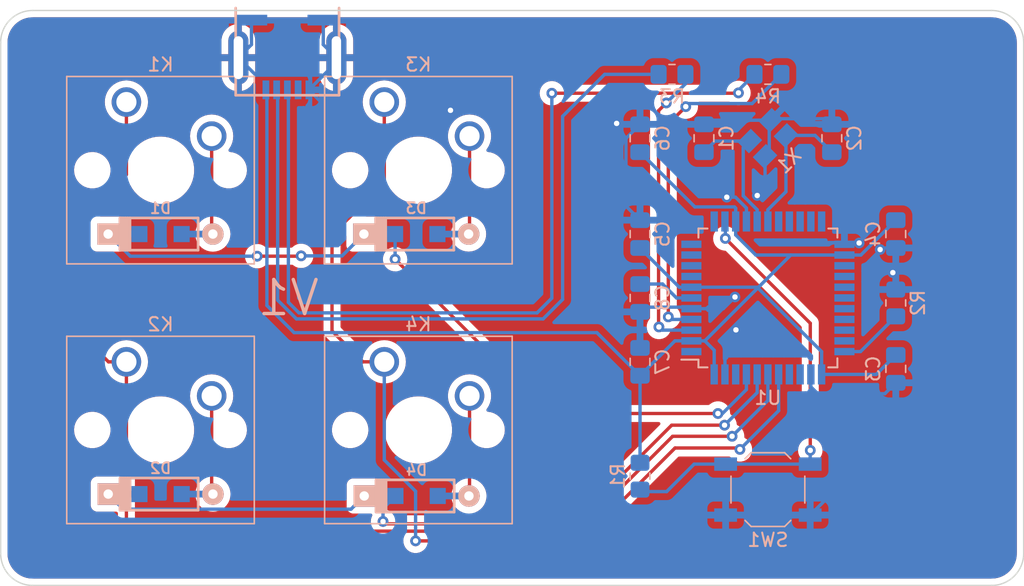
<source format=kicad_pcb>
(kicad_pcb (version 20211014) (generator pcbnew)
  (layers (0 "F.Cu" signal) (31 "B.Cu" signal) (34 "B.Paste" user) (35 "F.Paste" user) (36 "B.SilkS" user "B.Silkscreen") (37 "F.SilkS" user "F.Silkscreen") (38 "B.Mask" user) (39 "F.Mask" user) (44 "Edge.Cuts" user))
  (net 0 "")
  (net 1 "Net-(C1-Pad1)")
  (net 2 "Net-(C2-Pad1)")
  (net 3 "VCC")
  (net 4 "Net-(C8-Pad2)")
  (net 5 "Net-(D1-Pad2)")
  (net 6 "/row0")
  (net 7 "Net-(D2-Pad2)")
  (net 8 "/row1")
  (net 9 "Net-(D3-Pad2)")
  (net 10 "Net-(D4-Pad2)")
  (net 11 "Net-(J1-Pad2)")
  (net 12 "Net-(J1-Pad3)")
  (net 14 "/col0")
  (net 15 "/col1")
  (net 16 "Net-(R1-Pad2)")
  (net 17 "Net-(R2-Pad1)")
  (net 18 "Net-(R3-Pad2)")
  (net 19 "Net-(R4-Pad2)")
  (net 42 "GND")
  (footprint "Button_Switch_Keyboard:SW_Cherry_MX_1.00u_PCB" (layer "B.Cu") (at 102.39375 95.25 180)
    (fp_text reference "K4" (at -2.54 2.794) (layer "B.SilkS") (effects (justify mirror)))
    (fp_text value "KEYSW")
    (fp_line (start -9.525 1.905) (end 4.445 1.905) (layer "B.SilkS") (width 0.12))
    (fp_line (start 4.445 -12.065) (end -9.525 -12.065) (layer "B.SilkS") (width 0.12))
    (fp_line (start -9.525 -12.065) (end -9.525 1.905) (layer "B.SilkS") (width 0.12))
    (fp_line (start 4.445 1.905) (end 4.445 -12.065) (layer "B.SilkS") (width 0.12))
    (pad "" np_thru_hole circle (at -2.54 -5.08 180) (size 4 4) (drill 4) (layers *.Cu *.Mask))
    (pad "" np_thru_hole circle (at -7.62 -5.08 180) (size 1.7 1.7) (drill 1.7) (layers *.Cu *.Mask))
    (pad "" np_thru_hole circle (at 2.54 -5.08 180) (size 1.7 1.7) (drill 1.7) (layers *.Cu *.Mask))
    (pad "1" thru_hole circle (at 0 0 180) (size 2.2 2.2) (drill 1.5) (layers *.Cu *.Mask) (net 15 "/col1"))
    (pad "2" thru_hole circle (at -6.35 -2.54 180) (size 2.2 2.2) (drill 1.5) (layers *.Cu *.Mask) (net 10 "Net-(D4-Pad2)"))
  )
  (footprint "Capacitor_SMD:C_0805_2012Metric_Pad1.18x1.45mm_HandSolder" (layer "B.Cu") (at 121.44375 95.25 90)
    (fp_text reference "C7" (at 0 1.68 90) (layer "B.SilkS") (effects (justify mirror)))
    (fp_text value "4.7u")
    (fp_line (start -0.261252 -0.735) (end 0.261252 -0.735) (layer "B.SilkS") (width 0.12))
    (fp_line (start -0.261252 0.735) (end 0.261252 0.735) (layer "B.SilkS") (width 0.12))
    (pad "1" smd roundrect (at -1.0375 0 90) (size 1.175 1.45) (layers "B.Cu" "B.Paste" "B.Mask") (roundrect_rratio 0.2127659574) (net 3 "VCC"))
    (pad "2" smd roundrect (at 1.0375 0 90) (size 1.175 1.45) (layers "B.Cu" "B.Paste" "B.Mask") (roundrect_rratio 0.2127659574) (net 42 "GND"))
  )
  (footprint "keyboard_parts:D_SOD123_axial" (layer "B.Cu") (at 85.73 105.11)
    (fp_text reference "D2" (at 0 -1.925) (layer "B.SilkS") (effects (font (size 0.8 0.8)) (justify mirror)))
    (fp_text value "12" hide)
    (fp_line (start -2.625 1.2) (end -2.625 -1.2) (layer "B.SilkS") (width 0.2))
    (fp_line (start -3.025 -1.2) (end -3.025 1.2) (layer "B.SilkS") (width 0.2))
    (fp_line (start -2.8 1.2) (end -2.8 -1.2) (layer "B.SilkS") (width 0.2))
    (fp_line (start -2.45 1.2) (end -2.45 -1.2) (layer "B.SilkS") (width 0.2))
    (fp_line (start 2.8 -1.2) (end -3 -1.2) (layer "B.SilkS") (width 0.2))
    (fp_line (start -2.275 1.2) (end -2.275 -1.2) (layer "B.SilkS") (width 0.2))
    (fp_line (start -2.925 1.2) (end -2.925 -1.2) (layer "B.SilkS") (width 0.2))
    (fp_line (start -3 1.2) (end 2.8 1.2) (layer "B.SilkS") (width 0.2))
    (fp_line (start 2.8 1.2) (end 2.8 -1.2) (layer "B.SilkS") (width 0.2))
    (pad "1" smd rect locked (at -2.7 0) (size 2.5 0.5) (layers "B.Cu") (net 8 "/row1"))
    (pad "1" smd rect locked (at -1.575 0) (size 1.2 1.2) (layers "B.Cu" "B.Paste" "B.Mask") (net 8 "/row1"))
    (pad "1" thru_hole rect locked (at -3.9 0) (size 1.6 1.6) (drill 0.7) (layers *.Cu *.Mask "B.SilkS") (net 8 "/row1"))
    (pad "2" thru_hole circle locked (at 3.9 0) (size 1.6 1.6) (drill 0.7) (layers *.Cu *.Mask "B.SilkS") (net 7 "Net-(D2-Pad2)"))
    (pad "2" smd rect locked (at 2.7 0) (size 2.5 0.5) (layers "B.Cu") (net 7 "Net-(D2-Pad2)"))
    (pad "2" smd rect locked (at 1.575 0) (size 1.2 1.2) (layers "B.Cu" "B.Paste" "B.Mask") (net 7 "Net-(D2-Pad2)"))
  )
  (footprint "Capacitor_SMD:C_0805_2012Metric_Pad1.18x1.45mm_HandSolder" (layer "B.Cu") (at 140.49375 85.725 -90)
    (fp_text reference "C4" (at 0 1.68 90) (layer "B.SilkS") (effects (justify mirror)))
    (fp_text value "0.1u")
    (fp_line (start -0.261252 -0.735) (end 0.261252 -0.735) (layer "B.SilkS") (width 0.12))
    (fp_line (start -0.261252 0.735) (end 0.261252 0.735) (layer "B.SilkS") (width 0.12))
    (pad "1" smd roundrect (at -1.0375 0 270) (size 1.175 1.45) (layers "B.Cu" "B.Paste" "B.Mask") (roundrect_rratio 0.2127659574) (net 3 "VCC"))
    (pad "2" smd roundrect (at 1.0375 0 270) (size 1.175 1.45) (layers "B.Cu" "B.Paste" "B.Mask") (roundrect_rratio 0.2127659574) (net 42 "GND"))
  )
  (footprint "Capacitor_SMD:C_0805_2012Metric_Pad1.18x1.45mm_HandSolder" (layer "B.Cu") (at 121.44375 78.58125 90)
    (fp_text reference "C6" (at 0 1.68 90) (layer "B.SilkS") (effects (justify mirror)))
    (fp_text value "0.1u")
    (fp_line (start -0.261252 0.735) (end 0.261252 0.735) (layer "B.SilkS") (width 0.12))
    (fp_line (start -0.261252 -0.735) (end 0.261252 -0.735) (layer "B.SilkS") (width 0.12))
    (pad "1" smd roundrect (at -1.0375 0 90) (size 1.175 1.45) (layers "B.Cu" "B.Paste" "B.Mask") (roundrect_rratio 0.2127659574) (net 3 "VCC"))
    (pad "2" smd roundrect (at 1.0375 0 90) (size 1.175 1.45) (layers "B.Cu" "B.Paste" "B.Mask") (roundrect_rratio 0.2127659574) (net 42 "GND"))
  )
  (footprint "Capacitor_SMD:C_0805_2012Metric_Pad1.18x1.45mm_HandSolder" (layer "B.Cu") (at 140.49375 95.774551 -90)
    (fp_text reference "C3" (at 0 1.68 90) (layer "B.SilkS") (effects (justify mirror)))
    (fp_text value "0.1u")
    (fp_line (start -0.261252 0.735) (end 0.261252 0.735) (layer "B.SilkS") (width 0.12))
    (fp_line (start -0.261252 -0.735) (end 0.261252 -0.735) (layer "B.SilkS") (width 0.12))
    (pad "1" smd roundrect (at -1.0375 0 270) (size 1.175 1.45) (layers "B.Cu" "B.Paste" "B.Mask") (roundrect_rratio 0.2127659574) (net 3 "VCC"))
    (pad "2" smd roundrect (at 1.0375 0 270) (size 1.175 1.45) (layers "B.Cu" "B.Paste" "B.Mask") (roundrect_rratio 0.2127659574) (net 42 "GND"))
  )
  (footprint "Button_Switch_Keyboard:SW_Cherry_MX_1.00u_PCB" (layer "B.Cu") (at 102.39375 75.8825 180)
    (fp_text reference "K3" (at -2.54 2.794) (layer "B.SilkS") (effects (justify mirror)))
    (fp_text value "KEYSW")
    (fp_line (start -9.525 1.905) (end 4.445 1.905) (layer "B.SilkS") (width 0.12))
    (fp_line (start -9.525 -12.065) (end -9.525 1.905) (layer "B.SilkS") (width 0.12))
    (fp_line (start 4.445 1.905) (end 4.445 -12.065) (layer "B.SilkS") (width 0.12))
    (fp_line (start 4.445 -12.065) (end -9.525 -12.065) (layer "B.SilkS") (width 0.12))
    (pad "" np_thru_hole circle (at -2.54 -5.08 180) (size 4 4) (drill 4) (layers *.Cu *.Mask))
    (pad "" np_thru_hole circle (at 2.54 -5.08 180) (size 1.7 1.7) (drill 1.7) (layers *.Cu *.Mask))
    (pad "" np_thru_hole circle (at -7.62 -5.08 180) (size 1.7 1.7) (drill 1.7) (layers *.Cu *.Mask))
    (pad "1" thru_hole circle (at 0 0 180) (size 2.2 2.2) (drill 1.5) (layers *.Cu *.Mask) (net 15 "/col1"))
    (pad "2" thru_hole circle (at -6.35 -2.54 180) (size 2.2 2.2) (drill 1.5) (layers *.Cu *.Mask) (net 9 "Net-(D3-Pad2)"))
  )
  (footprint "Button_Switch_Keyboard:SW_Cherry_MX_1.00u_PCB" (layer "B.Cu") (at 83.185 75.8825 180)
    (fp_text reference "K1" (at -2.54 2.794) (layer "B.SilkS") (effects (justify mirror)))
    (fp_text value "KEYSW")
    (fp_line (start -9.525 1.905) (end 4.445 1.905) (layer "B.SilkS") (width 0.12))
    (fp_line (start 4.445 1.905) (end 4.445 -12.065) (layer "B.SilkS") (width 0.12))
    (fp_line (start -9.525 -12.065) (end -9.525 1.905) (layer "B.SilkS") (width 0.12))
    (fp_line (start 4.445 -12.065) (end -9.525 -12.065) (layer "B.SilkS") (width 0.12))
    (pad "" np_thru_hole circle (at -7.62 -5.08 180) (size 1.7 1.7) (drill 1.7) (layers *.Cu *.Mask))
    (pad "" np_thru_hole circle (at -2.54 -5.08 180) (size 4 4) (drill 4) (layers *.Cu *.Mask))
    (pad "" np_thru_hole circle (at 2.54 -5.08 180) (size 1.7 1.7) (drill 1.7) (layers *.Cu *.Mask))
    (pad "1" thru_hole circle (at 0 0 180) (size 2.2 2.2) (drill 1.5) (layers *.Cu *.Mask) (net 14 "/col0"))
    (pad "2" thru_hole circle (at -6.35 -2.54 180) (size 2.2 2.2) (drill 1.5) (layers *.Cu *.Mask) (net 5 "Net-(D1-Pad2)"))
  )
  (footprint "Package_QFP:TQFP-44_10x10mm_P0.8mm" (layer "B.Cu") (at 130.96875 90.4875)
    (fp_text reference "U1" (at 0 7.45) (layer "B.SilkS") (effects (justify mirror)))
    (fp_text value "ATMEGA32U4")
    (fp_line (start 5.175 5.175) (end 4.5 5.175) (layer "B.SilkS") (width 0.15))
    (fp_line (start -5.175 5.175) (end -5.175 4.6) (layer "B.SilkS") (width 0.15))
    (fp_line (start 5.175 -5.175) (end 5.175 -4.5) (layer "B.SilkS") (width 0.15))
    (fp_line (start -5.175 4.6) (end -6.45 4.6) (layer "B.SilkS") (width 0.15))
    (fp_line (start 5.175 5.175) (end 5.175 4.5) (layer "B.SilkS") (width 0.15))
    (fp_line (start -5.175 -5.175) (end -5.175 -4.5) (layer "B.SilkS") (width 0.15))
    (fp_line (start -5.175 -5.175) (end -4.5 -5.175) (layer "B.SilkS") (width 0.15))
    (fp_line (start -5.175 5.175) (end -4.5 5.175) (layer "B.SilkS") (width 0.15))
    (fp_line (start 5.175 -5.175) (end 4.5 -5.175) (layer "B.SilkS") (width 0.15))
    (pad "1" smd rect (at -5.7 4) (size 1.5 0.55) (layers "B.Cu" "B.Paste" "B.Mask"))
    (pad "2" smd rect (at -5.7 3.2) (size 1.5 0.55) (layers "B.Cu" "B.Paste" "B.Mask") (net 3 "VCC"))
    (pad "3" smd rect (at -5.7 2.4) (size 1.5 0.55) (layers "B.Cu" "B.Paste" "B.Mask") (net 18 "Net-(R3-Pad2)"))
    (pad "4" smd rect (at -5.7 1.6) (size 1.5 0.55) (layers "B.Cu" "B.Paste" "B.Mask") (net 19 "Net-(R4-Pad2)"))
    (pad "5" smd rect (at -5.7 0.8) (size 1.5 0.55) (layers "B.Cu" "B.Paste" "B.Mask") (net 42 "GND"))
    (pad "6" smd rect (at -5.7 0) (size 1.5 0.55) (layers "B.Cu" "B.Paste" "B.Mask") (net 4 "Net-(C8-Pad2)"))
    (pad "7" smd rect (at -5.7 -0.8) (size 1.5 0.55) (layers "B.Cu" "B.Paste" "B.Mask") (net 3 "VCC"))
    (pad "8" smd rect (at -5.7 -1.6) (size 1.5 0.55) (layers "B.Cu" "B.Paste" "B.Mask"))
    (pad "9" smd rect (at -5.7 -2.4) (size 1.5 0.55) (layers "B.Cu" "B.Paste" "B.Mask"))
    (pad "10" smd rect (at -5.7 -3.2) (size 1.5 0.55) (layers "B.Cu" "B.Paste" "B.Mask"))
    (pad "11" smd rect (at -5.7 -4) (size 1.5 0.55) (layers "B.Cu" "B.Paste" "B.Mask"))
    (pad "12" smd rect (at -4 -5.7 270) (size 1.5 0.55) (layers "B.Cu" "B.Paste" "B.Mask"))
    (pad "13" smd rect (at -3.2 -5.7 270) (size 1.5 0.55) (layers "B.Cu" "B.Paste" "B.Mask") (net 16 "Net-(R1-Pad2)"))
    (pad "14" smd rect (at -2.4 -5.7 270) (size 1.5 0.55) (layers "B.Cu" "B.Paste" "B.Mask") (net 3 "VCC"))
    (pad "15" smd rect (at -1.6 -5.7 270) (size 1.5 0.55) (layers "B.Cu" "B.Paste" "B.Mask") (net 42 "GND"))
    (pad "16" smd rect (at -0.8 -5.7 270) (size 1.5 0.55) (layers "B.Cu" "B.Paste" "B.Mask") (net 1 "Net-(C1-Pad1)"))
    (pad "17" smd rect (at 0 -5.7 270) (size 1.5 0.55) (layers "B.Cu" "B.Paste" "B.Mask") (net 2 "Net-(C2-Pad1)"))
    (pad "18" smd rect (at 0.8 -5.7 270) (size 1.5 0.55) (layers "B.Cu" "B.Paste" "B.Mask"))
    (pad "19" smd rect (at 1.6 -5.7 270) (size 1.5 0.55) (layers "B.Cu" "B.Paste" "B.Mask"))
    (pad "20" smd rect (at 2.4 -5.7 270) (size 1.5 0.55) (layers "B.Cu" "B.Paste" "B.Mask"))
    (pad "21" smd rect (at 3.2 -5.7 270) (size 1.5 0.55) (layers "B.Cu" "B.Paste" "B.Mask"))
    (pad "22" smd rect (at 4 -5.7 270) (size 1.5 0.55) (layers "B.Cu" "B.Paste" "B.Mask"))
    (pad "23" smd rect (at 5.7 -4) (size 1.5 0.55) (layers "B.Cu" "B.Paste" "B.Mask") (net 42 "GND"))
    (pad "24" smd rect (at 5.7 -3.2) (size 1.5 0.55) (layers "B.Cu" "B.Paste" "B.Mask") (net 3 "VCC"))
    (pad "25" smd rect (at 5.7 -2.4) (size 1.5 0.55) (layers "B.Cu" "B.Paste" "B.Mask"))
    (pad "26" smd rect (at 5.7 -1.6) (size 1.5 0.55) (layers "B.Cu" "B.Paste" "B.Mask"))
    (pad "27" smd rect (at 5.7 -0.8) (size 1.5 0.55) (layers "B.Cu" "B.Paste" "B.Mask"))
    (pad "28" smd rect (at 5.7 0) (size 1.5 0.55) (layers "B.Cu" "B.Paste" "B.Mask"))
    (pad "29" smd rect (at 5.7 0.8) (size 1.5 0.55) (layers "B.Cu" "B.Paste" "B.Mask"))
    (pad "30" smd rect (at 5.7 1.6) (size 1.5 0.55) (layers "B.Cu" "B.Paste" "B.Mask"))
    (pad "31" smd rect (at 5.7 2.4) (size 1.5 0.55) (layers "B.Cu" "B.Paste" "B.Mask"))
    (pad "32" smd rect (at 5.7 3.2) (size 1.5 0.55) (layers "B.Cu" "B.Paste" "B.Mask"))
    (pad "33" smd rect (at 5.7 4) (size 1.5 0.55) (layers "B.Cu" "B.Paste" "B.Mask") (net 17 "Net-(R2-Pad1)"))
    (pad "34" smd rect (at 4 5.7 270) (size 1.5 0.55) (layers "B.Cu" "B.Paste" "B.Mask") (net 3 "VCC"))
    (pad "35" smd rect (at 3.2 5.7 270) (size 1.5 0.55) (layers "B.Cu" "B.Paste" "B.Mask") (net 42 "GND"))
    (pad "36" smd rect (at 2.4 5.7 270) (size 1.5 0.55) (layers "B.Cu" "B.Paste" "B.Mask"))
    (pad "37" smd rect (at 1.6 5.7 270) (size 1.5 0.55) (layers "B.Cu" "B.Paste" "B.Mask"))
    (pad "38" smd rect (at 0.8 5.7 270) (size 1.5 0.55) (layers "B.Cu" "B.Paste" "B.Mask") (net 15 "/col1"))
    (pad "39" smd rect (at 0 5.7 270) (size 1.5 0.55) (layers "B.Cu" "B.Paste" "B.Mask") (net 14 "/col0"))
    (pad "40" smd rect (at -0.8 5.7 270) (size 1.5 0.55) (layers "B.Cu" "B.Paste" "B.Mask") (net 8 "/row1"))
    (pad "41" smd rect (at -1.6 5.7 270) (size 1.5 0.55) (layers "B.Cu" "B.Paste" "B.Mask") (net 6 "/row0"))
    (pad "42" smd rect (at -2.4 5.7 270) (size 1.5 0.55) (layers "B.Cu" "B.Paste" "B.Mask"))
    (pad "43" smd rect (at -3.2 5.7 270) (size 1.5 0.55) (layers "B.Cu" "B.Paste" "B.Mask") (net 42 "GND"))
    (pad "44" smd rect (at -4 5.7 270) (size 1.5 0.55) (layers "B.Cu" "B.Paste" "B.Mask") (net 3 "VCC"))
  )
  (footprint "Button_Switch_Keyboard:SW_Cherry_MX_1.00u_PCB" (layer "B.Cu") (at 83.185 95.25 180)
    (fp_text reference "K2" (at -2.54 2.794) (layer "B.SilkS") (effects (justify mirror)))
    (fp_text value "KEYSW")
    (fp_line (start 4.445 1.905) (end 4.445 -12.065) (layer "B.SilkS") (width 0.12))
    (fp_line (start -9.525 -12.065) (end -9.525 1.905) (layer "B.SilkS") (width 0.12))
    (fp_line (start 4.445 -12.065) (end -9.525 -12.065) (layer "B.SilkS") (width 0.12))
    (fp_line (start -9.525 1.905) (end 4.445 1.905) (layer "B.SilkS") (width 0.12))
    (pad "" np_thru_hole circle (at 2.54 -5.08 180) (size 1.7 1.7) (drill 1.7) (layers *.Cu *.Mask))
    (pad "" np_thru_hole circle (at -2.54 -5.08 180) (size 4 4) (drill 4) (layers *.Cu *.Mask))
    (pad "" np_thru_hole circle (at -7.62 -5.08 180) (size 1.7 1.7) (drill 1.7) (layers *.Cu *.Mask))
    (pad "1" thru_hole circle (at 0 0 180) (size 2.2 2.2) (drill 1.5) (layers *.Cu *.Mask) (net 14 "/col0"))
    (pad "2" thru_hole circle (at -6.35 -2.54 180) (size 2.2 2.2) (drill 1.5) (layers *.Cu *.Mask) (net 7 "Net-(D2-Pad2)"))
  )
  (footprint "Resistor_SMD:R_0805_2012Metric_Pad1.20x1.40mm_HandSolder" (layer "B.Cu") (at 140.49375 90.86 90)
    (fp_text reference "R2" (at 0 1.65 90) (layer "B.SilkS") (effects (justify mirror)))
    (fp_text value "10k")
    (fp_line (start -0.227064 -0.735) (end 0.227064 -0.735) (layer "B.SilkS") (width 0.12))
    (fp_line (start -0.227064 0.735) (end 0.227064 0.735) (layer "B.SilkS") (width 0.12))
    (pad "1" smd roundrect (at -1 0 90) (size 1.2 1.4) (layers "B.Cu" "B.Paste" "B.Mask") (roundrect_rratio 0.2083333333) (net 17 "Net-(R2-Pad1)"))
    (pad "2" smd roundrect (at 1 0 90) (size 1.2 1.4) (layers "B.Cu" "B.Paste" "B.Mask") (roundrect_rratio 0.2083333333) (net 42 "GND"))
  )
  (footprint "keyboard_parts:D_SOD123_axial" (layer "B.Cu") (at 104.775 85.725)
    (fp_text reference "D3" (at 0 -1.925) (layer "B.SilkS") (effects (font (size 0.8 0.8)) (justify mirror)))
    (fp_text value "12" hide)
    (fp_line (start -3.025 -1.2) (end -3.025 1.2) (layer "B.SilkS") (width 0.2))
    (fp_line (start -2.925 1.2) (end -2.925 -1.2) (layer "B.SilkS") (width 0.2))
    (fp_line (start -2.275 1.2) (end -2.275 -1.2) (layer "B.SilkS") (width 0.2))
    (fp_line (start -2.45 1.2) (end -2.45 -1.2) (layer "B.SilkS") (width 0.2))
    (fp_line (start -2.625 1.2) (end -2.625 -1.2) (layer "B.SilkS") (width 0.2))
    (fp_line (start -2.8 1.2) (end -2.8 -1.2) (layer "B.SilkS") (width 0.2))
    (fp_line (start -3 1.2) (end 2.8 1.2) (layer "B.SilkS") (width 0.2))
    (fp_line (start 2.8 -1.2) (end -3 -1.2) (layer "B.SilkS") (width 0.2))
    (fp_line (start 2.8 1.2) (end 2.8 -1.2) (layer "B.SilkS") (width 0.2))
    (pad "1" smd rect locked (at -2.7 0) (size 2.5 0.5) (layers "B.Cu") (net 6 "/row0"))
    (pad "1" smd rect locked (at -1.575 0) (size 1.2 1.2) (layers "B.Cu" "B.Paste" "B.Mask") (net 6 "/row0"))
    (pad "1" thru_hole rect locked (at -3.9 0) (size 1.6 1.6) (drill 0.7) (layers *.Cu *.Mask "B.SilkS") (net 6 "/row0"))
    (pad "2" thru_hole circle locked (at 3.9 0) (size 1.6 1.6) (drill 0.7) (layers *.Cu *.Mask "B.SilkS") (net 9 "Net-(D3-Pad2)"))
    (pad "2" smd rect locked (at 2.7 0) (size 2.5 0.5) (layers "B.Cu") (net 9 "Net-(D3-Pad2)"))
    (pad "2" smd rect locked (at 1.575 0) (size 1.2 1.2) (layers "B.Cu" "B.Paste" "B.Mask") (net 9 "Net-(D3-Pad2)"))
  )
  (footprint "Capacitor_SMD:C_0805_2012Metric_Pad1.18x1.45mm_HandSolder" (layer "B.Cu") (at 135.73125 78.58125 90)
    (fp_text reference "C2" (at 0 1.68 90) (layer "B.SilkS") (effects (justify mirror)))
    (fp_text value "22p")
    (fp_line (start -0.261252 -0.735) (end 0.261252 -0.735) (layer "B.SilkS") (width 0.12))
    (fp_line (start -0.261252 0.735) (end 0.261252 0.735) (layer "B.SilkS") (width 0.12))
    (pad "1" smd roundrect (at -1.0375 0 90) (size 1.175 1.45) (layers "B.Cu" "B.Paste" "B.Mask") (roundrect_rratio 0.2127659574) (net 2 "Net-(C2-Pad1)"))
    (pad "2" smd roundrect (at 1.0375 0 90) (size 1.175 1.45) (layers "B.Cu" "B.Paste" "B.Mask") (roundrect_rratio 0.2127659574) (net 42 "GND"))
  )
  (footprint "keyboard_parts:USB_miniB_hirose_5S8" (layer "B.Cu") (at 95.175 74.975)
    (fp_text reference "J1" hide)
    (fp_text value "USB_mini_micro_B" hide)
    (fp_line (start 3.85 0.4) (end 3.85 -6.1) (layer "B.SilkS") (width 0.2))
    (fp_line (start -3.85 0.4) (end -3.85 -6.1) (layer "B.SilkS") (width 0.2))
    (fp_line (start -3.85 0.4) (end 3.85 0.4) (layer "B.SilkS") (width 0.2))
    (pad "1" smd rect locked (at -1.6 0) (size 0.5 1.4) (layers "B.Cu" "B.Paste" "B.Mask") (net 3 "VCC"))
    (pad "2" smd rect locked (at -0.8 0) (size 0.5 1.4) (layers "B.Cu" "B.Paste" "B.Mask") (net 11 "Net-(J1-Pad2)"))
    (pad "3" smd rect locked (at 0 0) (size 0.5 1.4) (layers "B.Cu" "B.Paste" "B.Mask") (net 12 "Net-(J1-Pad3)"))
    (pad "4" smd rect locked (at 0.8 0) (size 0.5 1.4) (layers "B.Cu" "B.Paste" "B.Mask"))
    (pad "5" smd rect locked (at 1.6 0) (size 0.5 1.4) (layers "B.Cu" "B.Paste" "B.Mask") (net 42 "GND"))
    (pad "6" thru_hole oval locked (at 3.65 -2.4) (size 1.5 4) (drill oval 0.7 3.2) (layers *.Cu *.Mask "B.Paste") (net 42 "GND"))
    (pad "6" smd rect locked (at 2.675 -5.2) (size 2.35 0.8) (layers "B.Cu" "B.Paste" "B.Mask") (net 42 "GND"))
    (pad "6" thru_hole oval locked (at -3.65 -2.4) (size 1.5 4) (drill oval 0.7 3.2) (layers *.Cu *.Mask "B.Paste") (net 42 "GND"))
    (pad "6" smd rect locked (at -2.675 -5.2) (size 2.35 0.8) (layers "B.Cu" "B.Paste" "B.Mask") (net 42 "GND"))
  )
  (footprint "Capacitor_SMD:C_0805_2012Metric_Pad1.18x1.45mm_HandSolder" (layer "B.Cu") (at 126.20625 78.58125 90)
    (fp_text reference "C1" (at 0 1.68 90) (layer "B.SilkS") (effects (justify mirror)))
    (fp_text value "22p")
    (fp_line (start -0.261252 0.735) (end 0.261252 0.735) (layer "B.SilkS") (width 0.12))
    (fp_line (start -0.261252 -0.735) (end 0.261252 -0.735) (layer "B.SilkS") (width 0.12))
    (pad "1" smd roundrect (at -1.0375 0 90) (size 1.175 1.45) (layers "B.Cu" "B.Paste" "B.Mask") (roundrect_rratio 0.2127659574) (net 1 "Net-(C1-Pad1)"))
    (pad "2" smd roundrect (at 1.0375 0 90) (size 1.175 1.45) (layers "B.Cu" "B.Paste" "B.Mask") (roundrect_rratio 0.2127659574) (net 42 "GND"))
  )
  (footprint "keyboard_parts:D_SOD123_axial" (layer "B.Cu") (at 104.8 105.25)
    (fp_text reference "D4" (at 0 -1.925) (layer "B.SilkS") (effects (font (size 0.8 0.8)) (justify mirror)))
    (fp_text value "12" hide)
    (fp_line (start -2.925 1.2) (end -2.925 -1.2) (layer "B.SilkS") (width 0.2))
    (fp_line (start -2.8 1.2) (end -2.8 -1.2) (layer "B.SilkS") (width 0.2))
    (fp_line (start -3 1.2) (end 2.8 1.2) (layer "B.SilkS") (width 0.2))
    (fp_line (start -2.275 1.2) (end -2.275 -1.2) (layer "B.SilkS") (width 0.2))
    (fp_line (start -3.025 -1.2) (end -3.025 1.2) (layer "B.SilkS") (width 0.2))
    (fp_line (start 2.8 -1.2) (end -3 -1.2) (layer "B.SilkS") (width 0.2))
    (fp_line (start -2.45 1.2) (end -2.45 -1.2) (layer "B.SilkS") (width 0.2))
    (fp_line (start -2.625 1.2) (end -2.625 -1.2) (layer "B.SilkS") (width 0.2))
    (fp_line (start 2.8 1.2) (end 2.8 -1.2) (layer "B.SilkS") (width 0.2))
    (pad "1" thru_hole rect locked (at -3.9 0) (size 1.6 1.6) (drill 0.7) (layers *.Cu *.Mask "B.SilkS") (net 8 "/row1"))
    (pad "1" smd rect locked (at -1.575 0) (size 1.2 1.2) (layers "B.Cu" "B.Paste" "B.Mask") (net 8 "/row1"))
    (pad "1" smd rect locked (at -2.7 0) (size 2.5 0.5) (layers "B.Cu") (net 8 "/row1"))
    (pad "2" smd rect locked (at 1.575 0) (size 1.2 1.2) (layers "B.Cu" "B.Paste" "B.Mask") (net 10 "Net-(D4-Pad2)"))
    (pad "2" thru_hole circle locked (at 3.9 0) (size 1.6 1.6) (drill 0.7) (layers *.Cu *.Mask "B.SilkS") (net 10 "Net-(D4-Pad2)"))
    (pad "2" smd rect locked (at 2.7 0) (size 2.5 0.5) (layers "B.Cu") (net 10 "Net-(D4-Pad2)"))
  )
  (footprint "Resistor_SMD:R_0805_2012Metric_Pad1.20x1.40mm_HandSolder" (layer "B.Cu") (at 121.44375 103.775 -90)
    (fp_text reference "R1" (at 0 1.65 90) (layer "B.SilkS") (effects (justify mirror)))
    (fp_text value "10k")
    (fp_line (start -0.227064 0.735) (end 0.227064 0.735) (layer "B.SilkS") (width 0.12))
    (fp_line (start -0.227064 -0.735) (end 0.227064 -0.735) (layer "B.SilkS") (width 0.12))
    (pad "1" smd roundrect (at -1 0 270) (size 1.2 1.4) (layers "B.Cu" "B.Paste" "B.Mask") (roundrect_rratio 0.2083333333) (net 3 "VCC"))
    (pad "2" smd roundrect (at 1 0 270) (size 1.2 1.4) (layers "B.Cu" "B.Paste" "B.Mask") (roundrect_rratio 0.2083333333) (net 16 "Net-(R1-Pad2)"))
  )
  (footprint "Capacitor_SMD:C_0805_2012Metric_Pad1.18x1.45mm_HandSolder" (layer "B.Cu") (at 121.44375 90.4875 90)
    (fp_text reference "C8" (at 0 1.68 90) (layer "B.SilkS") (effects (justify mirror)))
    (fp_text value "1u")
    (fp_line (start -0.261252 0.735) (end 0.261252 0.735) (layer "B.SilkS") (width 0.12))
    (fp_line (start -0.261252 -0.735) (end 0.261252 -0.735) (layer "B.SilkS") (width 0.12))
    (pad "1" smd roundrect (at -1.0375 0 90) (size 1.175 1.45) (layers "B.Cu" "B.Paste" "B.Mask") (roundrect_rratio 0.2127659574) (net 42 "GND"))
    (pad "2" smd roundrect (at 1.0375 0 90) (size 1.175 1.45) (layers "B.Cu" "B.Paste" "B.Mask") (roundrect_rratio 0.2127659574) (net 4 "Net-(C8-Pad2)"))
  )
  (footprint "user:crystal_FA238-TSX3225" (layer "B.Cu") (at 130.96875 78.58125 45)
    (fp_text reference "X1" (at -0.1 2.3 45) (layer "B.SilkS") (effects (justify mirror)))
    (fp_text value "XTAL_GND" hide)
    (pad "1" smd rect (at -1.1 -0.8 45) (size 1.4 1.2) (layers "B.Cu" "B.Paste" "B.Mask") (net 1 "Net-(C1-Pad1)"))
    (pad "2" smd rect (at 1.1 0.8 45) (size 1.4 1.2) (layers "B.Cu" "B.Paste" "B.Mask") (net 2 "Net-(C2-Pad1)"))
    (pad "3" smd rect (at 1.1 -0.8 45) (size 1.4 1.2) (layers "B.Cu" "B.Paste" "B.Mask") (net 42 "GND"))
    (pad "3" smd rect (at -1.1 0.8 45) (size 1.4 1.2) (layers "B.Cu" "B.Paste" "B.Mask") (net 42 "GND"))
  )
  (footprint "Capacitor_SMD:C_0805_2012Metric_Pad1.18x1.45mm_HandSolder" (layer "B.Cu") (at 121.44375 85.725 90)
    (fp_text reference "C5" (at 0 1.68 90) (layer "B.SilkS") (effects (justify mirror)))
    (fp_text value "0.1u")
    (fp_line (start -0.261252 0.735) (end 0.261252 0.735) (layer "B.SilkS") (width 0.12))
    (fp_line (start -0.261252 -0.735) (end 0.261252 -0.735) (layer "B.SilkS") (width 0.12))
    (pad "1" smd roundrect (at -1.0375 0 90) (size 1.175 1.45) (layers "B.Cu" "B.Paste" "B.Mask") (roundrect_rratio 0.2127659574) (net 3 "VCC"))
    (pad "2" smd roundrect (at 1.0375 0 90) (size 1.175 1.45) (layers "B.Cu" "B.Paste" "B.Mask") (roundrect_rratio 0.2127659574) (net 42 "GND"))
  )
  (footprint "Resistor_SMD:R_0805_2012Metric_Pad1.20x1.40mm_HandSolder" (layer "B.Cu") (at 123.825 73.81875)
    (fp_text reference "R3" (at 0 1.65) (layer "B.SilkS") (effects (justify mirror)))
    (fp_text value "22")
    (fp_line (start -0.227064 0.735) (end 0.227064 0.735) (layer "B.SilkS") (width 0.12))
    (fp_line (start -0.227064 -0.735) (end 0.227064 -0.735) (layer "B.SilkS") (width 0.12))
    (pad "1" smd roundrect (at -1 0) (size 1.2 1.4) (layers "B.Cu" "B.Paste" "B.Mask") (roundrect_rratio 0.2083333333) (net 11 "Net-(J1-Pad2)"))
    (pad "2" smd roundrect (at 1 0) (size 1.2 1.4) (layers "B.Cu" "B.Paste" "B.Mask") (roundrect_rratio 0.2083333333) (net 18 "Net-(R3-Pad2)"))
  )
  (footprint "Resistor_SMD:R_0805_2012Metric_Pad1.20x1.40mm_HandSolder" (layer "B.Cu") (at 130.96875 73.81875)
    (fp_text reference "R4" (at 0 1.65) (layer "B.SilkS") (effects (justify mirror)))
    (fp_text value "22")
    (fp_line (start -0.227064 0.735) (end 0.227064 0.735) (layer "B.SilkS") (width 0.12))
    (fp_line (start -0.227064 -0.735) (end 0.227064 -0.735) (layer "B.SilkS") (width 0.12))
    (pad "1" smd roundrect (at -1 0) (size 1.2 1.4) (layers "B.Cu" "B.Paste" "B.Mask") (roundrect_rratio 0.2083333333) (net 12 "Net-(J1-Pad3)"))
    (pad "2" smd roundrect (at 1 0) (size 1.2 1.4) (layers "B.Cu" "B.Paste" "B.Mask") (roundrect_rratio 0.2083333333) (net 19 "Net-(R4-Pad2)"))
  )
  (footprint "Button_Switch_SMD:SW_SPST_TL3342" (layer "B.Cu") (at 130.96875 104.775)
    (fp_text reference "SW1" (at 0 3.75) (layer "B.SilkS") (effects (justify mirror)))
    (fp_text value "SW_PUSH")
    (fp_line (start -2.75 1) (end -2.75 -1) (layer "B.SilkS") (width 0.12))
    (fp_line (start -1.25 -2.75) (end 1.25 -2.75) (layer "B.SilkS") (width 0.12))
    (fp_line (start 1.7 -2.3) (end 1.25 -2.75) (layer "B.SilkS") (width 0.12))
    (fp_line (start 2.75 1) (end 2.75 -1) (layer "B.SilkS") (width 0.12))
    (fp_line (start 1.7 2.3) (end 1.25 2.75) (layer "B.SilkS") (width 0.12))
    (fp_line (start -1.7 -2.3) (end -1.25 -2.75) (layer "B.SilkS") (width 0.12))
    (fp_line (start -1.25 2.75) (end 1.25 2.75) (layer "B.SilkS") (width 0.12))
    (fp_line (start -1.7 2.3) (end -1.25 2.75) (layer "B.SilkS") (width 0.12))
    (pad "1" smd rect (at -3.15 1.9) (size 1.7 1) (layers "B.Cu" "B.Paste" "B.Mask") (net 42 "GND"))
    (pad "1" smd rect (at 3.15 1.9) (size 1.7 1) (layers "B.Cu" "B.Paste" "B.Mask") (net 42 "GND"))
    (pad "2" smd rect (at -3.15 -1.9) (size 1.7 1) (layers "B.Cu" "B.Paste" "B.Mask") (net 16 "Net-(R1-Pad2)"))
    (pad "2" smd rect (at 3.15 -1.9) (size 1.7 1) (layers "B.Cu" "B.Paste" "B.Mask") (net 16 "Net-(R1-Pad2)"))
  )
  (footprint "keyboard_parts:D_SOD123_axial" (layer "B.Cu") (at 85.725 85.725)
    (fp_text reference "D1" (at 0 -1.925) (layer "B.SilkS") (effects (font (size 0.8 0.8)) (justify mirror)))
    (fp_text value "12" hide)
    (fp_line (start 2.8 1.2) (end 2.8 -1.2) (layer "B.SilkS") (width 0.2))
    (fp_line (start -3 1.2) (end 2.8 1.2) (layer "B.SilkS") (width 0.2))
    (fp_line (start -2.45 1.2) (end -2.45 -1.2) (layer "B.SilkS") (width 0.2))
    (fp_line (start -2.8 1.2) (end -2.8 -1.2) (layer "B.SilkS") (width 0.2))
    (fp_line (start -3.025 -1.2) (end -3.025 1.2) (layer "B.SilkS") (width 0.2))
    (fp_line (start -2.925 1.2) (end -2.925 -1.2) (layer "B.SilkS") (width 0.2))
    (fp_line (start -2.625 1.2) (end -2.625 -1.2) (layer "B.SilkS") (width 0.2))
    (fp_line (start 2.8 -1.2) (end -3 -1.2) (layer "B.SilkS") (width 0.2))
    (fp_line (start -2.275 1.2) (end -2.275 -1.2) (layer "B.SilkS") (width 0.2))
    (pad "1" smd rect locked (at -2.7 0) (size 2.5 0.5) (layers "B.Cu") (net 6 "/row0"))
    (pad "1" smd rect locked (at -1.575 0) (size 1.2 1.2) (layers "B.Cu" "B.Paste" "B.Mask") (net 6 "/row0"))
    (pad "1" thru_hole rect locked (at -3.9 0) (size 1.6 1.6) (drill 0.7) (layers *.Cu *.Mask "B.SilkS") (net 6 "/row0"))
    (pad "2" smd rect locked (at 2.7 0) (size 2.5 0.5) (layers "B.Cu") (net 5 "Net-(D1-Pad2)"))
    (pad "2" thru_hole circle locked (at 3.9 0) (size 1.6 1.6) (drill 0.7) (layers *.Cu *.Mask "B.SilkS") (net 5 "Net-(D1-Pad2)"))
    (pad "2" smd rect locked (at 1.575 0) (size 1.2 1.2) (layers "B.Cu" "B.Paste" "B.Mask") (net 5 "Net-(D1-Pad2)"))
  )
  (gr_line (start 73.81875 71.4375) (end 73.81875 109.5375) (layer "Edge.Cuts") (width 0.1))
  (gr_arc (start 150.01875 109.5375) (mid 149.321298 111.221298) (end 147.6375 111.91875) (layer "Edge.Cuts") (width 0.1))
  (gr_arc (start 76.2 111.91875) (mid 74.516202 111.221298) (end 73.81875 109.5375) (layer "Edge.Cuts") (width 0.1))
  (gr_line (start 150.01875 109.5375) (end 150.01875 71.4375) (layer "Edge.Cuts") (width 0.1))
  (gr_arc (start 73.81875 71.4375) (mid 74.516202 69.753702) (end 76.2 69.05625) (layer "Edge.Cuts") (width 0.1))
  (gr_line (start 147.6375 69.05625) (end 76.2 69.05625) (layer "Edge.Cuts") (width 0.1))
  (gr_arc (start 147.6375 69.05625) (mid 149.321298 69.753702) (end 150.01875 71.4375) (layer "Edge.Cuts") (width 0.1))
  (gr_line (start 76.2 111.91875) (end 147.6375 111.91875) (layer "Edge.Cuts") (width 0.1))
  (gr_text "V1" (at 95.25 90.4875) (layer "B.SilkS") (effects (font (size 2.54 2.54) (thickness 0.254)) (justify mirror)))
  (segment (start 129.625247 78.793382) (end 129.130272 79.288357) (width 0.25) (layer "B.Cu") (net 1))
  (segment (start 129.130272 79.288357) (end 129.130272 82.874022) (width 0.25) (layer "B.Cu") (net 1))
  (segment (start 129.625247 78.793382) (end 127.031618 78.793382) (width 0.25) (layer "B.Cu") (net 1))
  (segment (start 127.031618 78.793382) (end 126.20625 79.61875) (width 0.25) (layer "B.Cu") (net 1))
  (segment (start 130.16875 83.9125) (end 130.16875 84.7875) (width 0.25) (layer "B.Cu") (net 1))
  (segment (start 129.130272 82.874022) (end 130.16875 83.9125) (width 0.25) (layer "B.Cu") (net 1))
  (segment (start 130.96875 83.9125) (end 130.96875 84.7875) (width 0.25) (layer "B.Cu") (net 2))
  (segment (start 134.481618 78.369118) (end 135.73125 79.61875) (width 0.25) (layer "B.Cu") (net 2))
  (segment (start 132.312253 78.369118) (end 132.312253 82.568997) (width 0.25) (layer "B.Cu") (net 2))
  (segment (start 132.312253 78.369118) (end 134.481618 78.369118) (width 0.25) (layer "B.Cu") (net 2))
  (segment (start 132.312253 82.568997) (end 130.96875 83.9125) (width 0.25) (layer "B.Cu") (net 2))
  (segment (start 118.23125 93.075) (end 121.44375 96.2875) (width 0.25) (layer "B.Cu") (net 3))
  (segment (start 140.49375 84.6875) (end 137.89375 87.2875) (width 0.25) (layer "B.Cu") (net 3))
  (segment (start 126.96875 96.1875) (end 126.96875 94.3875) (width 0.25) (layer "B.Cu") (net 3))
  (segment (start 134.96875 96.1875) (end 134.96875 94.4875) (width 0.25) (layer "B.Cu") (net 3))
  (segment (start 124.36875 89.6875) (end 125.26875 89.6875) (width 0.25) (layer "B.Cu") (net 3))
  (segment (start 128.56875 84.7875) (end 128.56875 85.7875) (width 0.25) (layer "B.Cu") (net 3))
  (segment (start 93.65 91.05) (end 95.675 93.075) (width 0.25) (layer "B.Cu") (net 3))
  (segment (start 125.525 83.7) (end 128.475 83.7) (width 0.25) (layer "B.Cu") (net 3))
  (segment (start 130.253125 89.703125) (end 132.66875 87.2875) (width 0.25) (layer "B.Cu") (net 3))
  (segment (start 126.96875 94.3875) (end 126.26875 93.6875) (width 0.25) (layer "B.Cu") (net 3))
  (segment (start 128.56875 83.79375) (end 128.56875 84.7875) (width 0.25) (layer "B.Cu") (net 3))
  (segment (start 140.49375 94.737051) (end 139.043301 96.1875) (width 0.25) (layer "B.Cu") (net 3))
  (segment (start 128.475 83.7) (end 128.56875 83.79375) (width 0.25) (layer "B.Cu") (net 3))
  (segment (start 139.043301 96.1875) (end 134.96875 96.1875) (width 0.25) (layer "B.Cu") (net 3))
  (segment (start 121.44375 102.775) (end 121.44375 96.2875) (width 0.25) (layer "B.Cu") (net 3))
  (segment (start 95.675 93.075) (end 118.23125 93.075) (width 0.25) (layer "B.Cu") (net 3))
  (segment (start 137.89375 87.2875) (end 136.66875 87.2875) (width 0.25) (layer "B.Cu") (net 3))
  (segment (start 126.26875 93.6875) (end 130.21875 89.7375) (width 0.25) (layer "B.Cu") (net 3))
  (segment (start 93.575 74.975) (end 93.65 75.05) (width 0.25) (layer "B.Cu") (net 3))
  (segment (start 125.26875 89.6875) (end 130.2375 89.6875) (width 0.25) (layer "B.Cu") (net 3))
  (segment (start 128.56875 85.7875) (end 130.06875 87.2875) (width 0.25) (layer "B.Cu") (net 3))
  (segment (start 130.2375 89.6875) (end 130.253125 89.703125) (width 0.25) (layer "B.Cu") (net 3))
  (segment (start 132.66875 87.2875) (end 136.66875 87.2875) (width 0.25) (layer "B.Cu") (net 3))
  (segment (start 121.44375 96.2875) (end 124.04375 93.6875) (width 0.25) (layer "B.Cu") (net 3))
  (segment (start 121.44375 86.7625) (end 124.36875 89.6875) (width 0.25) (layer "B.Cu") (net 3))
  (segment (start 125.26875 93.6875) (end 126.26875 93.6875) (width 0.25) (layer "B.Cu") (net 3))
  (segment (start 130.21875 89.7375) (end 130.253125 89.703125) (width 0.25) (layer "B.Cu") (net 3))
  (segment (start 121.44375 79.61875) (end 125.525 83.7) (width 0.25) (layer "B.Cu") (net 3))
  (segment (start 93.65 75.05) (end 93.65 91.05) (width 0.25) (layer "B.Cu") (net 3))
  (segment (start 134.96875 94.4875) (end 130.21875 89.7375) (width 0.25) (layer "B.Cu") (net 3))
  (segment (start 130.06875 87.2875) (end 132.66875 87.2875) (width 0.25) (layer "B.Cu") (net 3))
  (segment (start 124.04375 93.6875) (end 125.26875 93.6875) (width 0.25) (layer "B.Cu") (net 3))
  (segment (start 123.125 89.45) (end 124.1625 90.4875) (width 0.25) (layer "B.Cu") (net 4))
  (segment (start 121.44375 89.45) (end 123.125 89.45) (width 0.25) (layer "B.Cu") (net 4))
  (segment (start 124.1625 90.4875) (end 125.26875 90.4875) (width 0.25) (layer "B.Cu") (net 4))
  (segment (start 89.535 78.4225) (end 89.535 85.635) (width 0.25) (layer "F.Cu") (net 5))
  (segment (start 89.535 85.635) (end 89.625 85.725) (width 0.25) (layer "F.Cu") (net 5))
  (segment (start 114.703142 99.103142) (end 103.2 87.6) (width 0.25) (layer "F.Cu") (net 6))
  (segment (start 127.246243 99.103142) (end 114.703142 99.103142) (width 0.25) (layer "F.Cu") (net 6))
  (segment (start 96.175 87.375) (end 96.2 87.35) (width 0.25) (layer "F.Cu") (net 6))
  (segment (start 92.9255 87.375) (end 96.175 87.375) (width 0.25) (layer "F.Cu") (net 6))
  (via (at 92.9255 87.375) (size 0.8) (drill 0.4) (layers "F.Cu" "B.Cu") (net 6))
  (via (at 103.2 87.6) (size 0.8) (drill 0.4) (layers "F.Cu" "B.Cu") (net 6))
  (via (at 127.246243 99.103142) (size 0.8) (drill 0.4) (layers "F.Cu" "B.Cu") (net 6))
  (via (at 96.2 87.35) (size 0.8) (drill 0.4) (layers "F.Cu" "B.Cu") (net 6))
  (segment (start 83.475 87.375) (end 92.9255 87.375) (width 0.25) (layer "B.Cu") (net 6))
  (segment (start 129.36875 96.1875) (end 129.36875 97.317869) (width 0.25) (layer "B.Cu") (net 6))
  (segment (start 129.36875 97.317869) (end 127.583477 99.103142) (width 0.25) (layer "B.Cu") (net 6))
  (segment (start 81.825 85.725) (end 83.475 87.375) (width 0.25) (layer "B.Cu") (net 6))
  (segment (start 96.2 87.35) (end 99.25 87.35) (width 0.25) (layer "B.Cu") (net 6))
  (segment (start 127.583477 99.103142) (end 127.246243 99.103142) (width 0.25) (layer "B.Cu") (net 6))
  (segment (start 99.25 87.35) (end 100.875 85.725) (width 0.25) (layer "B.Cu") (net 6))
  (segment (start 103.2 87.6) (end 103.2 85.725) (width 0.25) (layer "B.Cu") (net 6))
  (segment (start 89.535 105.015) (end 89.63 105.11) (width 0.25) (layer "F.Cu") (net 7))
  (segment (start 89.535 97.79) (end 89.535 105.015) (width 0.25) (layer "F.Cu") (net 7))
  (segment (start 102.4745 107.325) (end 102.3 107.1505) (width 0.25) (layer "F.Cu") (net 8))
  (segment (start 123.802507 99.972493) (end 116.45 107.325) (width 0.25) (layer "F.Cu") (net 8))
  (segment (start 116.45 107.325) (end 102.4745 107.325) (width 0.25) (layer "F.Cu") (net 8))
  (segment (start 127.739431 99.972493) (end 123.802507 99.972493) (width 0.25) (layer "F.Cu") (net 8))
  (via (at 102.3 107.1505) (size 0.8) (drill 0.4) (layers "F.Cu" "B.Cu") (net 8))
  (via (at 127.739431 99.972493) (size 0.8) (drill 0.4) (layers "F.Cu" "B.Cu") (net 8))
  (segment (start 130.16875 96.1875) (end 130.16875 97.543174) (width 0.25) (layer "B.Cu") (net 8))
  (segment (start 81.83 105.11) (end 82.955 106.235) (width 0.25) (layer "B.Cu") (net 8))
  (segment (start 99.915 106.235) (end 100.9 105.25) (width 0.25) (layer "B.Cu") (net 8))
  (segment (start 130.16875 97.543174) (end 127.739431 99.972493) (width 0.25) (layer "B.Cu") (net 8))
  (segment (start 82.955 106.235) (end 99.915 106.235) (width 0.25) (layer "B.Cu") (net 8))
  (segment (start 102.3 107.1505) (end 102.3 106.175) (width 0.25) (layer "B.Cu") (net 8))
  (segment (start 102.3 106.175) (end 103.225 105.25) (width 0.25) (layer "B.Cu") (net 8))
  (segment (start 108.74375 85.65625) (end 108.675 85.725) (width 0.25) (layer "F.Cu") (net 9))
  (segment (start 108.74375 78.4225) (end 108.74375 85.65625) (width 0.25) (layer "F.Cu") (net 9))
  (segment (start 108.74375 105.20625) (end 108.7 105.25) (width 0.25) (layer "F.Cu") (net 10))
  (segment (start 108.74375 97.79) (end 108.74375 105.20625) (width 0.25) (layer "F.Cu") (net 10))
  (segment (start 114.225 92.05) (end 115.675 90.6) (width 0.25) (layer "B.Cu") (net 11))
  (segment (start 115.675 90.6) (end 115.675 76.95) (width 0.25) (layer "B.Cu") (net 11))
  (segment (start 115.675 76.95) (end 118.80625 73.81875) (width 0.25) (layer "B.Cu") (net 11))
  (segment (start 94.45 75.05) (end 94.45 90.65) (width 0.25) (layer "B.Cu") (net 11))
  (segment (start 95.85 92.05) (end 114.225 92.05) (width 0.25) (layer "B.Cu") (net 11))
  (segment (start 118.80625 73.81875) (end 122.825 73.81875) (width 0.25) (layer "B.Cu") (net 11))
  (segment (start 94.375 74.975) (end 94.45 75.05) (width 0.25) (layer "B.Cu") (net 11))
  (segment (start 94.45 90.65) (end 95.85 92.05) (width 0.25) (layer "B.Cu") (net 11))
  (segment (start 128.75 75.225) (end 128.775 75.2) (width 0.25) (layer "F.Cu") (net 12))
  (segment (start 114.875 75.225) (end 128.75 75.225) (width 0.25) (layer "F.Cu") (net 12))
  (via (at 114.875 75.225) (size 0.8) (drill 0.4) (layers "F.Cu" "B.Cu") (net 12))
  (via (at 128.775 75.2) (size 0.8) (drill 0.4) (layers "F.Cu" "B.Cu") (net 12))
  (segment (start 128.775 75.0125) (end 129.96875 73.81875) (width 0.25) (layer "B.Cu") (net 12))
  (segment (start 114.875 90.5) (end 114.875 75.225) (width 0.25) (layer "B.Cu") (net 12))
  (segment (start 96.036396 91.6) (end 113.775 91.6) (width 0.25) (layer "B.Cu") (net 12))
  (segment (start 95.25 90.813604) (end 96.036396 91.6) (width 0.25) (layer "B.Cu") (net 12))
  (segment (start 95.175 74.975) (end 95.25 75.05) (width 0.25) (layer "B.Cu") (net 12))
  (segment (start 113.775 91.6) (end 114.875 90.5) (width 0.25) (layer "B.Cu") (net 12))
  (segment (start 128.775 75.2) (end 128.775 75.0125) (width 0.25) (layer "B.Cu") (net 12))
  (segment (start 95.25 75.05) (end 95.25 90.813604) (width 0.25) (layer "B.Cu") (net 12))
  (segment (start 123.1 101.575) (end 123.875 100.8) (width 0.25) (layer "F.Cu") (net 14))
  (segment (start 80.05 84.425) (end 80.05 93.45) (width 0.25) (layer "F.Cu") (net 14))
  (segment (start 83.185 75.8825) (end 83.185 81.29) (width 0.25) (layer "F.Cu") (net 14))
  (segment (start 83.185 95.25) (end 83.185 107.16) (width 0.25) (layer "F.Cu") (net 14))
  (segment (start 80.05 93.45) (end 81.85 95.25) (width 0.25) (layer "F.Cu") (net 14))
  (segment (start 123.875 100.8) (end 128.3 100.8) (width 0.25) (layer "F.Cu") (net 14))
  (segment (start 83.185 81.29) (end 80.05 84.425) (width 0.25) (layer "F.Cu") (net 14))
  (segment (start 116.8 107.875) (end 123.1 101.575) (width 0.25) (layer "F.Cu") (net 14))
  (segment (start 83.9 107.875) (end 116.8 107.875) (width 0.25) (layer "F.Cu") (net 14))
  (segment (start 83.185 107.16) (end 83.9 107.875) (width 0.25) (layer "F.Cu") (net 14))
  (segment (start 81.85 95.25) (end 83.185 95.25) (width 0.25) (layer "F.Cu") (net 14))
  (via (at 128.3 100.8) (size 0.8) (drill 0.4) (layers "F.Cu" "B.Cu") (net 14))
  (segment (start 128.3 100.8) (end 130.96875 98.13125) (width 0.25) (layer "B.Cu") (net 14))
  (segment (start 130.96875 98.13125) (end 130.96875 96.1875) (width 0.25) (layer "B.Cu") (net 14))
  (segment (start 98.5 92.95) (end 100.8 95.25) (width 0.25) (layer "F.Cu") (net 15))
  (segment (start 128.779844 101.675) (end 128.882811 101.777967) (width 0.25) (layer "F.Cu") (net 15))
  (segment (start 102.39375 81.887325) (end 99.75 84.531075) (width 0.25) (layer "F.Cu") (net 15))
  (segment (start 117.125 108.6) (end 124.05 101.675) (width 0.25) (layer "F.Cu") (net 15))
  (segment (start 99.75 84.531075) (end 99.743925 84.531075) (width 0.25) (layer "F.Cu") (net 15))
  (segment (start 100.8 95.25) (end 102.39375 95.25) (width 0.25) (layer "F.Cu") (net 15))
  (segment (start 102.39375 75.8825) (end 102.39375 81.887325) (width 0.25) (layer "F.Cu") (net 15))
  (segment (start 99.743925 84.531075) (end 98.5 85.775) (width 0.25) (layer "F.Cu") (net 15))
  (segment (start 98.5 85.775) (end 98.5 92.95) (width 0.25) (layer "F.Cu") (net 15))
  (segment (start 124.05 101.675) (end 128.779844 101.675) (width 0.25) (layer "F.Cu") (net 15))
  (segment (start 104.725 108.6) (end 117.125 108.6) (width 0.25) (layer "F.Cu") (net 15))
  (via (at 104.725 108.6) (size 0.8) (drill 0.4) (layers "F.Cu" "B.Cu") (net 15))
  (via (at 128.882811 101.777967) (size 0.8) (drill 0.4) (layers "F.Cu" "B.Cu") (net 15))
  (segment (start 128.882811 101.777967) (end 131.76875 98.892028) (width 0.25) (layer "B.Cu") (net 15))
  (segment (start 131.76875 98.892028) (end 131.76875 96.1875) (width 0.25) (layer "B.Cu") (net 15))
  (segment (start 102.39375 102.56875) (end 104.725 104.9) (width 0.25) (layer "B.Cu") (net 15))
  (segment (start 102.39375 95.25) (end 102.39375 102.56875) (width 0.25) (layer "B.Cu") (net 15))
  (segment (start 104.725 104.9) (end 104.725 108.6) (width 0.25) (layer "B.Cu") (net 15))
  (segment (start 134.125 92.375) (end 127.8 86.05) (width 0.25) (layer "F.Cu") (net 16))
  (segment (start 134.125 101.85) (end 134.125 92.375) (width 0.25) (layer "F.Cu") (net 16))
  (via (at 127.8 86.05) (size 0.8) (drill 0.4) (layers "F.Cu" "B.Cu") (net 16))
  (via (at 134.125 101.85) (size 0.8) (drill 0.4) (layers "F.Cu" "B.Cu") (net 16))
  (segment (start 127.8 86.05) (end 127.8 84.81875) (width 0.25) (layer "B.Cu") (net 16))
  (segment (start 125.475 102.875) (end 123.425 104.925) (width 0.25) (layer "B.Cu") (net 16))
  (segment (start 127.8 84.81875) (end 127.76875 84.7875) (width 0.25) (layer "B.Cu") (net 16))
  (segment (start 134.11875 102.875) (end 134.11875 101.85625) (width 0.25) (layer "B.Cu") (net 16))
  (segment (start 127.81875 102.875) (end 125.475 102.875) (width 0.25) (layer "B.Cu") (net 16))
  (segment (start 123.425 104.925) (end 121.59375 104.925) (width 0.25) (layer "B.Cu") (net 16))
  (segment (start 121.59375 104.925) (end 121.44375 104.775) (width 0.25) (layer "B.Cu") (net 16))
  (segment (start 134.11875 101.85625) (end 134.125 101.85) (width 0.25) (layer "B.Cu") (net 16))
  (segment (start 127.81875 102.875) (end 134.11875 102.875) (width 0.25) (layer "B.Cu") (net 16))
  (segment (start 137.86625 94.4875) (end 136.66875 94.4875) (width 0.25) (layer "B.Cu") (net 17))
  (segment (start 140.49375 91.86) (end 137.86625 94.4875) (width 0.25) (layer "B.Cu") (net 17))
  (segment (start 122.825 92.625) (end 122.825 76.5245) (width 0.25) (layer "F.Cu") (net 18))
  (segment (start 122.85 92.65) (end 122.825 92.625) (width 0.25) (layer "F.Cu") (net 18))
  (segment (start 122.825 76.5245) (end 123.4 75.9495) (width 0.25) (layer "F.Cu") (net 18))
  (via (at 122.85 92.65) (size 0.8) (drill 0.4) (layers "F.Cu" "B.Cu") (net 18))
  (via (at 123.4 75.9495) (size 0.8) (drill 0.4) (layers "F.Cu" "B.Cu") (net 18))
  (segment (start 125.26875 92.8875) (end 123.0875 92.8875) (width 0.25) (layer "B.Cu") (net 18))
  (segment (start 123.4 75.9495) (end 124.825 74.5245) (width 0.25) (layer "B.Cu") (net 18))
  (segment (start 123.0875 92.8875) (end 122.85 92.65) (width 0.25) (layer "B.Cu") (net 18))
  (segment (start 124.825 74.5245) (end 124.825 73.81875) (width 0.25) (layer "B.Cu") (net 18))
  (segment (start 123.55 77.525) (end 124.85 76.225) (width 0.25) (layer "F.Cu") (net 19))
  (segment (start 123.55 91.9) (end 123.55 77.525) (width 0.25) (layer "F.Cu") (net 19))
  (via (at 123.55 91.9) (size 0.8) (drill 0.4) (layers "F.Cu" "B.Cu") (net 19))
  (via (at 124.85 76.225) (size 0.8) (drill 0.4) (layers "F.Cu" "B.Cu") (net 19))
  (segment (start 125.26875 92.0875) (end 123.7375 92.0875) (width 0.25) (layer "B.Cu") (net 19))
  (segment (start 129.793992 75.993508) (end 131.96875 73.81875) (width 0.25) (layer "B.Cu") (net 19))
  (segment (start 123.7375 92.0875) (end 123.55 91.9) (width 0.25) (layer "B.Cu") (net 19))
  (segment (start 124.85 76.225) (end 125.081492 75.993508) (width 0.25) (layer "B.Cu") (net 19))
  (segment (start 125.081492 75.993508) (end 129.793992 75.993508) (width 0.25) (layer "B.Cu") (net 19))
  (segment (start 138.547076 86.877924) (end 138.252924 86.877924) (width 0.25) (layer "F.Cu") (net 42))
  (segment (start 118.725 76.5) (end 119.7 77.475) (width 0.25) (layer "F.Cu") (net 42))
  (segment (start 140.275 88.6) (end 138.552924 86.877924) (width 0.25) (layer "F.Cu") (net 42))
  (segment (start 107.325 76.5) (end 118.725 76.5) (width 0.25) (layer "F.Cu") (net 42))
  (segment (start 130.175 82.85) (end 128.030903 82.85) (width 0.25) (layer "F.Cu") (net 42))
  (segment (start 128.5875 92.86875) (end 128.5875 90.4875) (width 0.25) (layer "F.Cu") (net 42))
  (segment (start 138.552924 86.877924) (end 138.547076 86.877924) (width 0.25) (layer "F.Cu") (net 42))
  (segment (start 128.030903 82.85) (end 127.905403 82.9755) (width 0.25) (layer "F.Cu") (net 42))
  (segment (start 138.252924 86.877924) (end 137.765826 86.390826) (width 0.25) (layer "F.Cu") (net 42))
  (segment (start 139.327924 86.877924) (end 138.547076 86.877924) (width 0.25) (layer "F.Cu") (net 42))
  (segment (start 128.5875 90.4875) (end 128.515826 90.415826) (width 0.25) (layer "F.Cu") (net 42))
  (via (at 140.275 88.6) (size 0.8) (drill 0.4) (layers "F.Cu" "B.Cu") (net 42))
  (via (at 139.327924 86.877924) (size 0.8) (drill 0.4) (layers "F.Cu" "B.Cu") (net 42))
  (via (at 107.325 76.5) (size 0.8) (drill 0.4) (layers "F.Cu" "B.Cu") (net 42))
  (via (at 119.7 77.475) (size 0.8) (drill 0.4) (layers "F.Cu" "B.Cu") (net 42))
  (via (at 128.515826 90.415826) (size 0.8) (drill 0.4) (layers "F.Cu" "B.Cu") (net 42))
  (via (at 127.905403 82.9755) (size 0.8) (drill 0.4) (layers "F.Cu" "B.Cu") (net 42))
  (via (at 130.175 82.85) (size 0.8) (drill 0.4) (layers "F.Cu" "B.Cu") (net 42))
  (via (at 128.5875 92.86875) (size 0.8) (drill 0.4) (layers "F.Cu" "B.Cu") (net 42))
  (via (at 137.765826 86.390826) (size 0.8) (drill 0.4) (layers "F.Cu" "B.Cu") (net 42))
  (segment (start 139.680801 97.625) (end 137.2 97.625) (width 0.25) (layer "B.Cu") (net 42))
  (segment (start 98.9 73.8) (end 98.9 74.15) (width 0.25) (layer "B.Cu") (net 42))
  (segment (start 127.81875 106.675) (end 134.11875 106.675) (width 0.25) (layer "B.Cu") (net 42))
  (segment (start 135.73125 77.54375) (end 135.312379 77.124879) (width 0.25) (layer "B.Cu") (net 42))
  (segment (start 136.765424 86.390826) (end 136.66875 86.4875) (width 0.25) (layer "B.Cu") (net 42))
  (segment (start 91.525 72.575) (end 92.825 73.875) (width 0.25) (layer "B.Cu") (net 42))
  (segment (start 121.79375 91.175) (end 121.44375 91.525) (width 0.25) (layer "B.Cu") (net 42))
  (segment (start 97.7 73.875) (end 97.7875 73.9625) (width 0.25) (layer "B.Cu") (net 42))
  (segment (start 120.39375 83.6375) (end 121.44375 84.6875) (width 0.25) (layer "B.Cu") (net 42))
  (segment (start 97.7875 73.9625) (end 96.775 74.975) (width 0.25) (layer "B.Cu") (net 42))
  (segment (start 121.44375 91.525) (end 121.88125 91.0875) (width 0.25) (layer "B.Cu") (net 42))
  (segment (start 125.26875 91.2875) (end 125.15625 91.175) (width 0.25) (layer "B.Cu") (net 42))
  (segment (start 131.068014 79.613357) (end 130.756618 79.924753) (width 0.25) (layer "B.Cu") (net 42))
  (segment (start 97.85 71.6) (end 98.825 72.575) (width 0.25) (layer "B.Cu") (net 42))
  (segment (start 129.36875 83.7875) (end 129.36875 84.7875) (width 0.25) (layer "B.Cu") (net 42))
  (segment (start 127.76875 96.1875) (end 127.76875 93.6875) (width 0.25) (layer "B.Cu") (net 42))
  (segment (start 130.756618 82.268382) (end 130.175 82.85) (width 0.25) (layer "B.Cu") (net 42))
  (segment (start 140.49375 88.81875) (end 140.275 88.6) (width 0.25) (layer "B.Cu") (net 42))
  (segment (start 140.49375 86.7625) (end 139.443348 86.7625) (width 0.25) (layer "B.Cu") (net 42))
  (segment (start 92.5 71.6) (end 91.525 72.575) (width 0.25) (layer "B.Cu") (net 42))
  (segment (start 131.180882 77.237747) (end 131.068014 77.350615) (width 0.25) (layer "B.Cu") (net 42))
  (segment (start 105.84895 77.97605) (end 107.325 76.5) (width 0.25) (layer "B.Cu") (net 42))
  (segment (start 96.775 74.975) (end 99.77605 77.97605) (width 0.25) (layer "B.Cu") (net 42))
  (segment (start 121.44375 94.2125) (end 121.44375 91.525) (width 0.25) (layer "B.Cu") (net 42))
  (segment (start 131.068014 77.350615) (end 131.068014 79.613357) (width 0.25) (layer "B.Cu") (net 42))
  (segment (start 128.515826 90.415826) (end 127.644152 91.2875) (width 0.25) (layer "B.Cu") (net 42))
  (segment (start 134.11875 106.675) (end 137.2 103.59375) (width 0.25) (layer "B.Cu") (net 42))
  (segment (start 121.44375 77.54375) (end 120.39375 78.59375) (width 0.25) (layer "B.Cu") (net 42))
  (segment (start 98.825 72.925) (end 97.7875 73.9625) (width 0.25) (layer "B.Cu") (net 42))
  (segment (start 131.29375 77.124879) (end 131.180882 77.237747) (width 0.25) (layer "B.Cu") (net 42))
  (segment (start 127.76875 93.6875) (end 128.5875 92.86875) (width 0.25) (layer "B.Cu") (net 42))
  (segment (start 137.765826 86.390826) (end 136.765424 86.390826) (width 0.25) (layer "B.Cu") (net 42))
  (segment (start 140.49375 89.86) (end 140.49375 88.81875) (width 0.25) (layer "B.Cu") (net 42))
  (segment (start 127.905403 82.9755) (end 128.55675 82.9755) (width 0.25) (layer "B.Cu") (net 42))
  (segment (start 127.644152 91.2875) (end 125.26875 91.2875) (width 0.25) (layer "B.Cu") (net 42))
  (segment (start 134.675 97.625) (end 134.16875 97.11875) (width 0.25) (layer "B.Cu") (net 42))
  (segment (start 137.2 97.625) (end 134.675 97.625) (width 0.25) (layer "B.Cu") (net 42))
  (segment (start 134.16875 97.11875) (end 134.16875 96.1875) (width 0.25) (layer "B.Cu") (net 42))
  (segment (start 128.55675 82.9755) (end 129.36875 83.7875) (width 0.25) (layer "B.Cu") (net 42))
  (segment (start 92.5 69.775) (end 92.5 71.6) (width 0.25) (layer "B.Cu") (net 42))
  (segment (start 92.825 73.875) (end 97.7 73.875) (width 0.25) (layer "B.Cu") (net 42))
  (segment (start 126.20625 77.54375) (end 126.512253 77.237747) (width 0.25) (layer "B.Cu") (net 42))
  (segment (start 140.49375 96.812051) (end 139.680801 97.625) (width 0.25) (layer "B.Cu") (net 42))
  (segment (start 97.85 69.775) (end 97.85 71.6) (width 0.25) (layer "B.Cu") (net 42))
  (segment (start 130.756618 79.924753) (end 130.756618 82.268382) (width 0.25) (layer "B.Cu") (net 42))
  (segment (start 119.7 77.475) (end 121.375 77.475) (width 0.25) (layer "B.Cu") (net 42))
  (segment (start 98.825 72.575) (end 98.825 72.925) (width 0.25) (layer "B.Cu") (net 42))
  (segment (start 126.512253 77.237747) (end 131.180882 77.237747) (width 0.25) (layer "B.Cu") (net 42))
  (segment (start 139.443348 86.7625) (end 139.327924 86.877924) (width 0.25) (layer "B.Cu") (net 42))
  (segment (start 137.2 103.59375) (end 137.2 97.625) (width 0.25) (layer "B.Cu") (net 42))
  (segment (start 99.77605 77.97605) (end 105.84895 77.97605) (width 0.25) (layer "B.Cu") (net 42))
  (segment (start 120.39375 78.59375) (end 120.39375 83.6375) (width 0.25) (layer "B.Cu") (net 42))
  (segment (start 121.375 77.475) (end 121.44375 77.54375) (width 0.25) (layer "B.Cu") (net 42))
  (segment (start 135.312379 77.124879) (end 131.29375 77.124879) (width 0.25) (layer "B.Cu") (net 42))
  (segment (start 125.15625 91.175) (end 121.79375 91.175) (width 0.25) (layer "B.Cu") (net 42))
  (zone (net 42) (net_name "GND") (layer "F.Cu") (connect_pads (clearance 0.508)) (min_thickness 0.254) (fill yes (thermal_gap 0.508) (thermal_bridge_width 0.508))
    (polygon (pts (xy 150.01875 111.91875) (xy 73.81875 111.91875) (xy 73.81875 69.05625) (xy 150.01875 69.05625)))
  )
  (zone (net 42) (net_name "GND") (layer "B.Cu") (connect_pads (clearance 0.508)) (min_thickness 0.254) (fill yes (thermal_gap 0.508) (thermal_bridge_width 0.508))
    (polygon (pts (xy 150.01875 111.91875) (xy 73.81875 111.91875) (xy 73.81875 69.05625) (xy 150.01875 69.05625)))
  )
)
</source>
